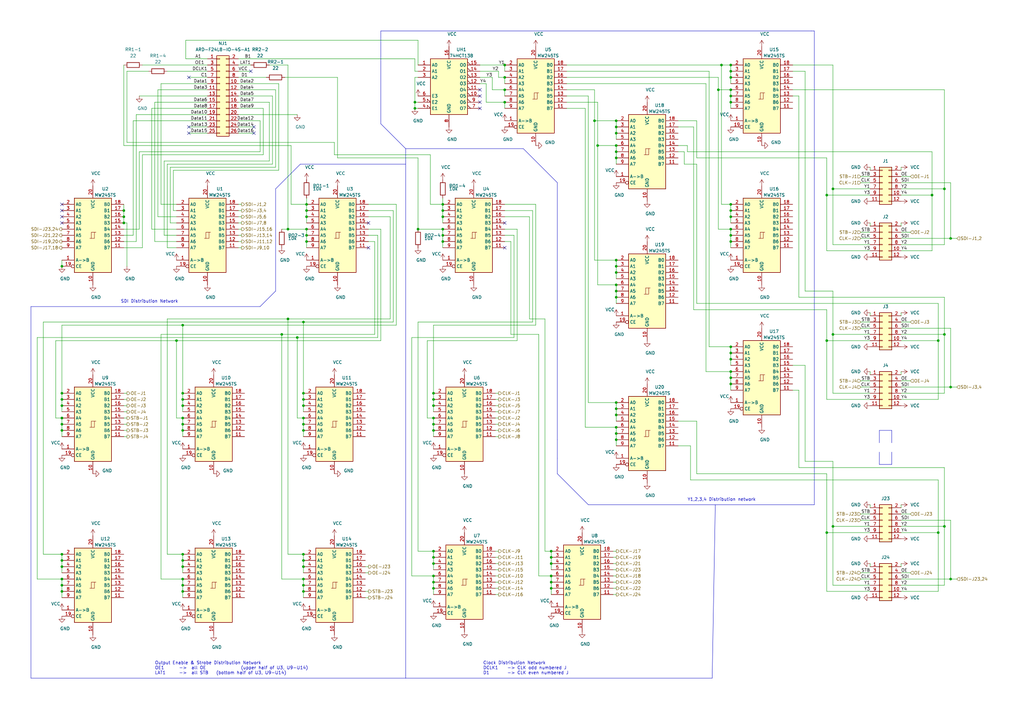
<source format=kicad_sch>
(kicad_sch (version 20200714) (host eeschema "5.99.0-unknown-4d2bc1f~102~ubuntu18.04.1")
  (page 1 1)
  (paper "A3")
  (title_block (title "Foodtruck-Screen Hub") (date "2020-07-29") (company "FabLab Nürnberg") (comment 1 "Schematics reverse engineeering (C) 2020 by Jürgen Weigert <juergen@fabmail.org>") (comment 2 "hub for 24 rows, (1 of 3 driven by Novastar.tech MRV210 receiving card)") (comment 4 "J5 ... J22 not shown. Same pattern as J1-J4,J23,J24 "))
  (junction (at 25.4 109.22))
  (junction (at 25.4 161.29))
  (junction (at 25.4 163.83))
  (junction (at 25.4 166.37))
  (junction (at 25.4 171.45))
  (junction (at 25.4 173.99))
  (junction (at 25.4 176.53))
  (junction (at 25.4 227.33))
  (junction (at 25.4 229.87))
  (junction (at 25.4 232.41))
  (junction (at 25.4 237.49))
  (junction (at 25.4 240.03))
  (junction (at 25.4 242.57))
  (junction (at 50.8 86.36))
  (junction (at 50.8 88.9))
  (junction (at 50.8 91.44))
  (junction (at 72.39 139.7))
  (junction (at 74.93 133.35))
  (junction (at 74.93 161.29))
  (junction (at 74.93 163.83))
  (junction (at 74.93 166.37))
  (junction (at 74.93 171.45))
  (junction (at 74.93 173.99))
  (junction (at 74.93 176.53))
  (junction (at 74.93 227.33))
  (junction (at 74.93 229.87))
  (junction (at 74.93 232.41))
  (junction (at 74.93 237.49))
  (junction (at 74.93 240.03))
  (junction (at 74.93 242.57))
  (junction (at 115.57 137.16))
  (junction (at 118.11 93.98))
  (junction (at 118.11 130.81))
  (junction (at 121.92 138.43))
  (junction (at 124.46 132.08))
  (junction (at 124.46 161.29))
  (junction (at 124.46 163.83))
  (junction (at 124.46 166.37))
  (junction (at 124.46 171.45))
  (junction (at 124.46 173.99))
  (junction (at 124.46 176.53))
  (junction (at 124.46 227.33))
  (junction (at 124.46 229.87))
  (junction (at 124.46 232.41))
  (junction (at 124.46 237.49))
  (junction (at 124.46 240.03))
  (junction (at 124.46 242.57))
  (junction (at 125.73 83.82))
  (junction (at 125.73 86.36))
  (junction (at 125.73 88.9))
  (junction (at 125.73 93.98))
  (junction (at 125.73 96.52))
  (junction (at 125.73 99.06))
  (junction (at 170.18 41.91))
  (junction (at 170.18 44.45))
  (junction (at 171.45 93.98))
  (junction (at 177.8 161.29))
  (junction (at 177.8 163.83))
  (junction (at 177.8 166.37))
  (junction (at 177.8 171.45))
  (junction (at 177.8 173.99))
  (junction (at 177.8 176.53))
  (junction (at 177.8 226.06))
  (junction (at 177.8 228.6))
  (junction (at 177.8 231.14))
  (junction (at 177.8 236.22))
  (junction (at 177.8 238.76))
  (junction (at 177.8 241.3))
  (junction (at 181.61 83.82))
  (junction (at 181.61 86.36))
  (junction (at 181.61 88.9))
  (junction (at 181.61 93.98))
  (junction (at 181.61 96.52))
  (junction (at 181.61 99.06))
  (junction (at 207.01 26.67))
  (junction (at 207.01 31.75))
  (junction (at 207.01 36.83))
  (junction (at 207.01 41.91))
  (junction (at 226.06 226.06))
  (junction (at 226.06 228.6))
  (junction (at 226.06 231.14))
  (junction (at 226.06 236.22))
  (junction (at 226.06 238.76))
  (junction (at 226.06 241.3))
  (junction (at 243.84 49.53))
  (junction (at 245.11 59.69))
  (junction (at 252.73 49.53))
  (junction (at 252.73 52.07))
  (junction (at 252.73 54.61))
  (junction (at 252.73 59.69))
  (junction (at 252.73 62.23))
  (junction (at 252.73 64.77))
  (junction (at 252.73 106.68))
  (junction (at 252.73 109.22))
  (junction (at 252.73 111.76))
  (junction (at 252.73 116.84))
  (junction (at 252.73 119.38))
  (junction (at 252.73 121.92))
  (junction (at 252.73 165.1))
  (junction (at 252.73 167.64))
  (junction (at 252.73 170.18))
  (junction (at 252.73 175.26))
  (junction (at 252.73 177.8))
  (junction (at 252.73 180.34))
  (junction (at 294.64 36.83))
  (junction (at 295.91 26.67))
  (junction (at 299.72 26.67))
  (junction (at 299.72 29.21))
  (junction (at 299.72 31.75))
  (junction (at 299.72 36.83))
  (junction (at 299.72 39.37))
  (junction (at 299.72 41.91))
  (junction (at 299.72 83.82))
  (junction (at 299.72 86.36))
  (junction (at 299.72 88.9))
  (junction (at 299.72 93.98))
  (junction (at 299.72 96.52))
  (junction (at 299.72 99.06))
  (junction (at 299.72 142.24))
  (junction (at 299.72 144.78))
  (junction (at 299.72 147.32))
  (junction (at 299.72 152.4))
  (junction (at 299.72 154.94))
  (junction (at 299.72 157.48))
  (junction (at 339.09 80.01))
  (junction (at 339.09 139.7))
  (junction (at 339.09 218.44))
  (junction (at 341.63 77.47))
  (junction (at 341.63 137.16))
  (junction (at 341.63 215.9))
  (junction (at 382.27 80.01))
  (junction (at 384.81 139.7))
  (junction (at 384.81 218.44))
  (junction (at 387.35 77.47))
  (junction (at 387.35 137.16))
  (junction (at 387.35 215.9))
  (junction (at 389.89 97.79))
  (junction (at 389.89 158.75))
  (junction (at 389.89 237.49))
  (no_connect (at 207.01 91.44))
  (no_connect (at 25.4 83.82))
  (no_connect (at 102.87 29.21))
  (no_connect (at 25.4 88.9))
  (no_connect (at 25.4 91.44))
  (no_connect (at 104.14 52.07))
  (no_connect (at 196.85 39.37))
  (no_connect (at 196.85 36.83))
  (no_connect (at 151.13 101.6))
  (no_connect (at 77.47 52.07))
  (no_connect (at 77.47 54.61))
  (no_connect (at 207.01 101.6))
  (no_connect (at 151.13 91.44))
  (no_connect (at 77.47 31.75))
  (no_connect (at 104.14 54.61))
  (no_connect (at 25.4 86.36))
  (no_connect (at 196.85 41.91))
  (no_connect (at 196.85 44.45))
  (wire (pts (xy 15.24 138.43) (xy 15.24 237.49)))
  (wire (pts (xy 17.78 132.08) (xy 17.78 227.33)))
  (wire (pts (xy 17.78 132.08) (xy 124.46 132.08)))
  (wire (pts (xy 22.86 139.7) (xy 22.86 171.45)))
  (wire (pts (xy 22.86 139.7) (xy 72.39 139.7)))
  (wire (pts (xy 25.4 106.68) (xy 25.4 109.22)))
  (wire (pts (xy 25.4 133.35) (xy 25.4 161.29)))
  (wire (pts (xy 25.4 133.35) (xy 74.93 133.35)))
  (wire (pts (xy 25.4 161.29) (xy 25.4 163.83)))
  (wire (pts (xy 25.4 163.83) (xy 25.4 166.37)))
  (wire (pts (xy 25.4 166.37) (xy 25.4 168.91)))
  (wire (pts (xy 25.4 171.45) (xy 22.86 171.45)))
  (wire (pts (xy 25.4 171.45) (xy 25.4 173.99)))
  (wire (pts (xy 25.4 173.99) (xy 25.4 176.53)))
  (wire (pts (xy 25.4 176.53) (xy 25.4 179.07)))
  (wire (pts (xy 25.4 227.33) (xy 17.78 227.33)))
  (wire (pts (xy 25.4 227.33) (xy 25.4 229.87)))
  (wire (pts (xy 25.4 229.87) (xy 25.4 232.41)))
  (wire (pts (xy 25.4 232.41) (xy 25.4 234.95)))
  (wire (pts (xy 25.4 237.49) (xy 15.24 237.49)))
  (wire (pts (xy 25.4 237.49) (xy 25.4 240.03)))
  (wire (pts (xy 25.4 240.03) (xy 25.4 242.57)))
  (wire (pts (xy 25.4 242.57) (xy 25.4 245.11)))
  (wire (pts (xy 50.8 59.69) (xy 50.8 26.67)))
  (wire (pts (xy 50.8 59.69) (xy 119.38 59.69)))
  (wire (pts (xy 50.8 86.36) (xy 50.8 83.82)))
  (wire (pts (xy 50.8 88.9) (xy 50.8 86.36)))
  (wire (pts (xy 50.8 91.44) (xy 50.8 88.9)))
  (wire (pts (xy 50.8 91.44) (xy 52.07 91.44)))
  (wire (pts (xy 50.8 93.98) (xy 57.15 93.98)))
  (wire (pts (xy 50.8 96.52) (xy 54.61 96.52)))
  (wire (pts (xy 50.8 99.06) (xy 55.88 99.06)))
  (wire (pts (xy 50.8 101.6) (xy 58.42 101.6)))
  (wire (pts (xy 50.8 161.29) (xy 52.07 161.29)))
  (wire (pts (xy 50.8 163.83) (xy 52.07 163.83)))
  (wire (pts (xy 50.8 166.37) (xy 52.07 166.37)))
  (wire (pts (xy 50.8 168.91) (xy 52.07 168.91)))
  (wire (pts (xy 50.8 171.45) (xy 52.07 171.45)))
  (wire (pts (xy 50.8 173.99) (xy 52.07 173.99)))
  (wire (pts (xy 50.8 176.53) (xy 52.07 176.53)))
  (wire (pts (xy 50.8 179.07) (xy 52.07 179.07)))
  (wire (pts (xy 52.07 29.21) (xy 52.07 58.42)))
  (wire (pts (xy 52.07 29.21) (xy 60.96 29.21)))
  (wire (pts (xy 52.07 58.42) (xy 137.16 58.42)))
  (wire (pts (xy 52.07 91.44) (xy 52.07 109.22)))
  (wire (pts (xy 54.61 49.53) (xy 54.61 96.52)))
  (wire (pts (xy 54.61 49.53) (xy 85.09 49.53)))
  (wire (pts (xy 55.88 46.99) (xy 55.88 99.06)))
  (wire (pts (xy 55.88 46.99) (xy 85.09 46.99)))
  (wire (pts (xy 57.15 39.37) (xy 85.09 39.37)))
  (wire (pts (xy 57.15 62.23) (xy 57.15 93.98)))
  (wire (pts (xy 58.42 26.67) (xy 85.09 26.67)))
  (wire (pts (xy 58.42 63.5) (xy 58.42 101.6)))
  (wire (pts (xy 62.23 44.45) (xy 62.23 93.98)))
  (wire (pts (xy 62.23 44.45) (xy 85.09 44.45)))
  (wire (pts (xy 62.23 93.98) (xy 72.39 93.98)))
  (wire (pts (xy 63.5 41.91) (xy 63.5 99.06)))
  (wire (pts (xy 63.5 41.91) (xy 85.09 41.91)))
  (wire (pts (xy 63.5 99.06) (xy 72.39 99.06)))
  (wire (pts (xy 64.77 36.83) (xy 64.77 88.9)))
  (wire (pts (xy 64.77 36.83) (xy 85.09 36.83)))
  (wire (pts (xy 64.77 88.9) (xy 72.39 88.9)))
  (wire (pts (xy 66.04 34.29) (xy 85.09 34.29)))
  (wire (pts (xy 66.04 83.82) (xy 66.04 34.29)))
  (wire (pts (xy 66.04 83.82) (xy 72.39 83.82)))
  (wire (pts (xy 66.04 137.16) (xy 66.04 237.49)))
  (wire (pts (xy 66.04 137.16) (xy 115.57 137.16)))
  (wire (pts (xy 67.31 66.04) (xy 67.31 96.52)))
  (wire (pts (xy 67.31 96.52) (xy 72.39 96.52)))
  (wire (pts (xy 68.58 29.21) (xy 85.09 29.21)))
  (wire (pts (xy 68.58 67.31) (xy 68.58 101.6)))
  (wire (pts (xy 68.58 101.6) (xy 72.39 101.6)))
  (wire (pts (xy 68.58 130.81) (xy 68.58 227.33)))
  (wire (pts (xy 68.58 130.81) (xy 118.11 130.81)))
  (wire (pts (xy 69.85 68.58) (xy 69.85 91.44)))
  (wire (pts (xy 69.85 91.44) (xy 72.39 91.44)))
  (wire (pts (xy 71.12 69.85) (xy 114.3 69.85)))
  (wire (pts (xy 71.12 86.36) (xy 71.12 69.85)))
  (wire (pts (xy 72.39 86.36) (xy 71.12 86.36)))
  (wire (pts (xy 72.39 139.7) (xy 72.39 171.45)))
  (wire (pts (xy 72.39 139.7) (xy 156.21 139.7)))
  (wire (pts (xy 74.93 133.35) (xy 74.93 161.29)))
  (wire (pts (xy 74.93 133.35) (xy 162.56 133.35)))
  (wire (pts (xy 74.93 161.29) (xy 74.93 163.83)))
  (wire (pts (xy 74.93 163.83) (xy 74.93 166.37)))
  (wire (pts (xy 74.93 166.37) (xy 74.93 168.91)))
  (wire (pts (xy 74.93 171.45) (xy 72.39 171.45)))
  (wire (pts (xy 74.93 171.45) (xy 74.93 173.99)))
  (wire (pts (xy 74.93 173.99) (xy 74.93 176.53)))
  (wire (pts (xy 74.93 176.53) (xy 74.93 179.07)))
  (wire (pts (xy 74.93 227.33) (xy 68.58 227.33)))
  (wire (pts (xy 74.93 229.87) (xy 74.93 227.33)))
  (wire (pts (xy 74.93 232.41) (xy 74.93 229.87)))
  (wire (pts (xy 74.93 234.95) (xy 74.93 232.41)))
  (wire (pts (xy 74.93 237.49) (xy 66.04 237.49)))
  (wire (pts (xy 74.93 240.03) (xy 74.93 237.49)))
  (wire (pts (xy 74.93 242.57) (xy 74.93 240.03)))
  (wire (pts (xy 74.93 245.11) (xy 74.93 242.57)))
  (wire (pts (xy 76.2 16.51) (xy 171.45 16.51)))
  (wire (pts (xy 76.2 24.13) (xy 76.2 16.51)))
  (wire (pts (xy 77.47 31.75) (xy 85.09 31.75)))
  (wire (pts (xy 77.47 52.07) (xy 85.09 52.07)))
  (wire (pts (xy 77.47 54.61) (xy 85.09 54.61)))
  (wire (pts (xy 85.09 24.13) (xy 76.2 24.13)))
  (wire (pts (xy 97.79 24.13) (xy 170.18 24.13)))
  (wire (pts (xy 97.79 26.67) (xy 102.87 26.67)))
  (wire (pts (xy 97.79 29.21) (xy 102.87 29.21)))
  (wire (pts (xy 97.79 31.75) (xy 109.22 31.75)))
  (wire (pts (xy 97.79 34.29) (xy 114.3 34.29)))
  (wire (pts (xy 97.79 41.91) (xy 110.49 41.91)))
  (wire (pts (xy 97.79 44.45) (xy 107.95 44.45)))
  (wire (pts (xy 97.79 46.99) (xy 121.92 46.99)))
  (wire (pts (xy 97.79 49.53) (xy 106.68 49.53)))
  (wire (pts (xy 97.79 52.07) (xy 104.14 52.07)))
  (wire (pts (xy 97.79 54.61) (xy 104.14 54.61)))
  (wire (pts (xy 97.79 83.82) (xy 99.06 83.82)))
  (wire (pts (xy 97.79 86.36) (xy 99.06 86.36)))
  (wire (pts (xy 97.79 88.9) (xy 99.06 88.9)))
  (wire (pts (xy 97.79 91.44) (xy 99.06 91.44)))
  (wire (pts (xy 97.79 93.98) (xy 99.06 93.98)))
  (wire (pts (xy 97.79 96.52) (xy 99.06 96.52)))
  (wire (pts (xy 97.79 99.06) (xy 99.06 99.06)))
  (wire (pts (xy 97.79 101.6) (xy 99.06 101.6)))
  (wire (pts (xy 106.68 49.53) (xy 106.68 62.23)))
  (wire (pts (xy 106.68 62.23) (xy 57.15 62.23)))
  (wire (pts (xy 107.95 44.45) (xy 107.95 63.5)))
  (wire (pts (xy 107.95 63.5) (xy 58.42 63.5)))
  (wire (pts (xy 110.49 41.91) (xy 110.49 66.04)))
  (wire (pts (xy 110.49 66.04) (xy 67.31 66.04)))
  (wire (pts (xy 111.76 39.37) (xy 97.79 39.37)))
  (wire (pts (xy 111.76 39.37) (xy 111.76 67.31)))
  (wire (pts (xy 111.76 67.31) (xy 68.58 67.31)))
  (wire (pts (xy 113.03 36.83) (xy 97.79 36.83)))
  (wire (pts (xy 113.03 36.83) (xy 113.03 68.58)))
  (wire (pts (xy 113.03 68.58) (xy 69.85 68.58)))
  (wire (pts (xy 114.3 34.29) (xy 114.3 69.85)))
  (wire (pts (xy 115.57 137.16) (xy 115.57 237.49)))
  (wire (pts (xy 115.57 137.16) (xy 153.67 137.16)))
  (wire (pts (xy 116.84 31.75) (xy 138.43 31.75)))
  (wire (pts (xy 118.11 26.67) (xy 110.49 26.67)))
  (wire (pts (xy 118.11 26.67) (xy 118.11 93.98)))
  (wire (pts (xy 118.11 93.98) (xy 115.57 93.98)))
  (wire (pts (xy 118.11 93.98) (xy 125.73 93.98)))
  (wire (pts (xy 118.11 130.81) (xy 118.11 227.33)))
  (wire (pts (xy 118.11 130.81) (xy 160.02 130.81)))
  (wire (pts (xy 119.38 59.69) (xy 119.38 83.82)))
  (wire (pts (xy 119.38 83.82) (xy 125.73 83.82)))
  (wire (pts (xy 121.92 138.43) (xy 15.24 138.43)))
  (wire (pts (xy 121.92 138.43) (xy 121.92 171.45)))
  (wire (pts (xy 124.46 132.08) (xy 124.46 161.29)))
  (wire (pts (xy 124.46 132.08) (xy 161.29 132.08)))
  (wire (pts (xy 124.46 161.29) (xy 124.46 163.83)))
  (wire (pts (xy 124.46 163.83) (xy 124.46 166.37)))
  (wire (pts (xy 124.46 166.37) (xy 124.46 168.91)))
  (wire (pts (xy 124.46 171.45) (xy 121.92 171.45)))
  (wire (pts (xy 124.46 171.45) (xy 124.46 173.99)))
  (wire (pts (xy 124.46 173.99) (xy 124.46 176.53)))
  (wire (pts (xy 124.46 176.53) (xy 124.46 179.07)))
  (wire (pts (xy 124.46 227.33) (xy 118.11 227.33)))
  (wire (pts (xy 124.46 227.33) (xy 124.46 229.87)))
  (wire (pts (xy 124.46 229.87) (xy 124.46 232.41)))
  (wire (pts (xy 124.46 232.41) (xy 124.46 234.95)))
  (wire (pts (xy 124.46 237.49) (xy 115.57 237.49)))
  (wire (pts (xy 124.46 237.49) (xy 124.46 240.03)))
  (wire (pts (xy 124.46 240.03) (xy 124.46 242.57)))
  (wire (pts (xy 124.46 242.57) (xy 124.46 245.11)))
  (wire (pts (xy 125.73 81.28) (xy 125.73 83.82)))
  (wire (pts (xy 125.73 83.82) (xy 125.73 86.36)))
  (wire (pts (xy 125.73 86.36) (xy 125.73 88.9)))
  (wire (pts (xy 125.73 88.9) (xy 125.73 91.44)))
  (wire (pts (xy 125.73 93.98) (xy 125.73 96.52)))
  (wire (pts (xy 125.73 96.52) (xy 125.73 99.06)))
  (wire (pts (xy 125.73 99.06) (xy 125.73 101.6)))
  (wire (pts (xy 137.16 58.42) (xy 137.16 63.5)))
  (wire (pts (xy 137.16 63.5) (xy 176.53 63.5)))
  (wire (pts (xy 138.43 31.75) (xy 138.43 64.77)))
  (wire (pts (xy 138.43 64.77) (xy 171.45 64.77)))
  (wire (pts (xy 149.86 232.41) (xy 151.13 232.41)))
  (wire (pts (xy 149.86 234.95) (xy 151.13 234.95)))
  (wire (pts (xy 149.86 242.57) (xy 151.13 242.57)))
  (wire (pts (xy 149.86 245.11) (xy 151.13 245.11)))
  (wire (pts (xy 151.13 83.82) (xy 162.56 83.82)))
  (wire (pts (xy 151.13 86.36) (xy 161.29 86.36)))
  (wire (pts (xy 151.13 88.9) (xy 160.02 88.9)))
  (wire (pts (xy 151.13 93.98) (xy 156.21 93.98)))
  (wire (pts (xy 151.13 96.52) (xy 154.94 96.52)))
  (wire (pts (xy 151.13 99.06) (xy 153.67 99.06)))
  (wire (pts (xy 153.67 99.06) (xy 153.67 137.16)))
  (wire (pts (xy 154.94 96.52) (xy 154.94 138.43)))
  (wire (pts (xy 154.94 138.43) (xy 121.92 138.43)))
  (wire (pts (xy 156.21 93.98) (xy 156.21 139.7)))
  (wire (pts (xy 160.02 88.9) (xy 160.02 130.81)))
  (wire (pts (xy 161.29 86.36) (xy 161.29 132.08)))
  (wire (pts (xy 162.56 83.82) (xy 162.56 133.35)))
  (wire (pts (xy 168.91 138.43) (xy 210.82 138.43)))
  (wire (pts (xy 168.91 236.22) (xy 168.91 138.43)))
  (wire (pts (xy 170.18 24.13) (xy 170.18 29.21)))
  (wire (pts (xy 170.18 29.21) (xy 171.45 29.21)))
  (wire (pts (xy 170.18 31.75) (xy 170.18 41.91)))
  (wire (pts (xy 170.18 41.91) (xy 170.18 44.45)))
  (wire (pts (xy 170.18 41.91) (xy 171.45 41.91)))
  (wire (pts (xy 170.18 44.45) (xy 171.45 44.45)))
  (wire (pts (xy 171.45 16.51) (xy 171.45 26.67)))
  (wire (pts (xy 171.45 31.75) (xy 170.18 31.75)))
  (wire (pts (xy 171.45 64.77) (xy 171.45 93.98)))
  (wire (pts (xy 171.45 93.98) (xy 181.61 93.98)))
  (wire (pts (xy 171.45 132.08) (xy 171.45 226.06)))
  (wire (pts (xy 171.45 132.08) (xy 218.44 132.08)))
  (wire (pts (xy 171.45 226.06) (xy 177.8 226.06)))
  (wire (pts (xy 175.26 139.7) (xy 175.26 171.45)))
  (wire (pts (xy 175.26 139.7) (xy 212.09 139.7)))
  (wire (pts (xy 175.26 171.45) (xy 177.8 171.45)))
  (wire (pts (xy 176.53 63.5) (xy 176.53 83.82)))
  (wire (pts (xy 176.53 83.82) (xy 181.61 83.82)))
  (wire (pts (xy 177.8 133.35) (xy 177.8 161.29)))
  (wire (pts (xy 177.8 133.35) (xy 219.71 133.35)))
  (wire (pts (xy 177.8 163.83) (xy 177.8 161.29)))
  (wire (pts (xy 177.8 166.37) (xy 177.8 163.83)))
  (wire (pts (xy 177.8 168.91) (xy 177.8 166.37)))
  (wire (pts (xy 177.8 171.45) (xy 177.8 173.99)))
  (wire (pts (xy 177.8 173.99) (xy 177.8 176.53)))
  (wire (pts (xy 177.8 176.53) (xy 177.8 179.07)))
  (wire (pts (xy 177.8 226.06) (xy 177.8 228.6)))
  (wire (pts (xy 177.8 228.6) (xy 177.8 231.14)))
  (wire (pts (xy 177.8 231.14) (xy 177.8 233.68)))
  (wire (pts (xy 177.8 236.22) (xy 168.91 236.22)))
  (wire (pts (xy 177.8 236.22) (xy 177.8 238.76)))
  (wire (pts (xy 177.8 238.76) (xy 177.8 241.3)))
  (wire (pts (xy 177.8 241.3) (xy 177.8 243.84)))
  (wire (pts (xy 181.61 81.28) (xy 181.61 83.82)))
  (wire (pts (xy 181.61 83.82) (xy 181.61 86.36)))
  (wire (pts (xy 181.61 86.36) (xy 181.61 88.9)))
  (wire (pts (xy 181.61 88.9) (xy 181.61 91.44)))
  (wire (pts (xy 181.61 93.98) (xy 181.61 96.52)))
  (wire (pts (xy 181.61 96.52) (xy 181.61 99.06)))
  (wire (pts (xy 181.61 99.06) (xy 181.61 101.6)))
  (wire (pts (xy 196.85 26.67) (xy 207.01 26.67)))
  (wire (pts (xy 196.85 29.21) (xy 204.47 29.21)))
  (wire (pts (xy 196.85 31.75) (xy 201.93 31.75)))
  (wire (pts (xy 196.85 34.29) (xy 199.39 34.29)))
  (wire (pts (xy 199.39 41.91) (xy 199.39 34.29)))
  (wire (pts (xy 199.39 41.91) (xy 207.01 41.91)))
  (wire (pts (xy 201.93 31.75) (xy 201.93 36.83)))
  (wire (pts (xy 201.93 36.83) (xy 207.01 36.83)))
  (wire (pts (xy 203.2 161.29) (xy 204.47 161.29)))
  (wire (pts (xy 203.2 163.83) (xy 204.47 163.83)))
  (wire (pts (xy 203.2 166.37) (xy 204.47 166.37)))
  (wire (pts (xy 203.2 168.91) (xy 204.47 168.91)))
  (wire (pts (xy 203.2 171.45) (xy 204.47 171.45)))
  (wire (pts (xy 203.2 173.99) (xy 204.47 173.99)))
  (wire (pts (xy 203.2 176.53) (xy 204.47 176.53)))
  (wire (pts (xy 203.2 179.07) (xy 204.47 179.07)))
  (wire (pts (xy 203.2 226.06) (xy 204.47 226.06)))
  (wire (pts (xy 203.2 228.6) (xy 204.47 228.6)))
  (wire (pts (xy 203.2 231.14) (xy 204.47 231.14)))
  (wire (pts (xy 203.2 233.68) (xy 204.47 233.68)))
  (wire (pts (xy 203.2 236.22) (xy 204.47 236.22)))
  (wire (pts (xy 203.2 238.76) (xy 204.47 238.76)))
  (wire (pts (xy 203.2 241.3) (xy 204.47 241.3)))
  (wire (pts (xy 203.2 243.84) (xy 204.47 243.84)))
  (wire (pts (xy 204.47 29.21) (xy 204.47 31.75)))
  (wire (pts (xy 204.47 31.75) (xy 207.01 31.75)))
  (wire (pts (xy 207.01 26.67) (xy 207.01 29.21)))
  (wire (pts (xy 207.01 31.75) (xy 207.01 34.29)))
  (wire (pts (xy 207.01 36.83) (xy 207.01 39.37)))
  (wire (pts (xy 207.01 41.91) (xy 207.01 44.45)))
  (wire (pts (xy 207.01 83.82) (xy 219.71 83.82)))
  (wire (pts (xy 207.01 86.36) (xy 218.44 86.36)))
  (wire (pts (xy 207.01 88.9) (xy 217.17 88.9)))
  (wire (pts (xy 207.01 93.98) (xy 212.09 93.98)))
  (wire (pts (xy 207.01 96.52) (xy 210.82 96.52)))
  (wire (pts (xy 207.01 99.06) (xy 209.55 99.06)))
  (wire (pts (xy 209.55 99.06) (xy 209.55 137.16)))
  (wire (pts (xy 209.55 137.16) (xy 220.98 137.16)))
  (wire (pts (xy 210.82 96.52) (xy 210.82 138.43)))
  (wire (pts (xy 212.09 93.98) (xy 212.09 139.7)))
  (wire (pts (xy 217.17 88.9) (xy 217.17 130.81)))
  (wire (pts (xy 217.17 130.81) (xy 223.52 130.81)))
  (wire (pts (xy 218.44 86.36) (xy 218.44 132.08)))
  (wire (pts (xy 219.71 83.82) (xy 219.71 133.35)))
  (wire (pts (xy 220.98 236.22) (xy 220.98 137.16)))
  (wire (pts (xy 220.98 236.22) (xy 226.06 236.22)))
  (wire (pts (xy 223.52 130.81) (xy 223.52 226.06)))
  (wire (pts (xy 226.06 226.06) (xy 223.52 226.06)))
  (wire (pts (xy 226.06 226.06) (xy 226.06 228.6)))
  (wire (pts (xy 226.06 228.6) (xy 226.06 231.14)))
  (wire (pts (xy 226.06 231.14) (xy 226.06 233.68)))
  (wire (pts (xy 226.06 236.22) (xy 226.06 238.76)))
  (wire (pts (xy 226.06 238.76) (xy 226.06 241.3)))
  (wire (pts (xy 226.06 241.3) (xy 226.06 243.84)))
  (wire (pts (xy 232.41 26.67) (xy 295.91 26.67)))
  (wire (pts (xy 232.41 29.21) (xy 290.83 29.21)))
  (wire (pts (xy 232.41 31.75) (xy 294.64 31.75)))
  (wire (pts (xy 232.41 34.29) (xy 289.56 34.29)))
  (wire (pts (xy 232.41 36.83) (xy 243.84 36.83)))
  (wire (pts (xy 232.41 39.37) (xy 241.3 39.37)))
  (wire (pts (xy 232.41 41.91) (xy 245.11 41.91)))
  (wire (pts (xy 232.41 44.45) (xy 240.03 44.45)))
  (wire (pts (xy 240.03 44.45) (xy 240.03 175.26)))
  (wire (pts (xy 240.03 175.26) (xy 252.73 175.26)))
  (wire (pts (xy 241.3 39.37) (xy 241.3 165.1)))
  (wire (pts (xy 241.3 165.1) (xy 252.73 165.1)))
  (wire (pts (xy 243.84 36.83) (xy 243.84 49.53)))
  (wire (pts (xy 243.84 49.53) (xy 243.84 106.68)))
  (wire (pts (xy 243.84 49.53) (xy 252.73 49.53)))
  (wire (pts (xy 243.84 106.68) (xy 252.73 106.68)))
  (wire (pts (xy 245.11 41.91) (xy 245.11 59.69)))
  (wire (pts (xy 245.11 59.69) (xy 245.11 116.84)))
  (wire (pts (xy 245.11 59.69) (xy 252.73 59.69)))
  (wire (pts (xy 245.11 116.84) (xy 252.73 116.84)))
  (wire (pts (xy 251.46 226.06) (xy 252.73 226.06)))
  (wire (pts (xy 251.46 228.6) (xy 252.73 228.6)))
  (wire (pts (xy 251.46 231.14) (xy 252.73 231.14)))
  (wire (pts (xy 251.46 233.68) (xy 252.73 233.68)))
  (wire (pts (xy 251.46 236.22) (xy 252.73 236.22)))
  (wire (pts (xy 251.46 238.76) (xy 252.73 238.76)))
  (wire (pts (xy 251.46 241.3) (xy 252.73 241.3)))
  (wire (pts (xy 251.46 243.84) (xy 252.73 243.84)))
  (wire (pts (xy 252.73 49.53) (xy 252.73 52.07)))
  (wire (pts (xy 252.73 52.07) (xy 252.73 54.61)))
  (wire (pts (xy 252.73 54.61) (xy 252.73 57.15)))
  (wire (pts (xy 252.73 59.69) (xy 252.73 62.23)))
  (wire (pts (xy 252.73 62.23) (xy 252.73 64.77)))
  (wire (pts (xy 252.73 64.77) (xy 252.73 67.31)))
  (wire (pts (xy 252.73 106.68) (xy 252.73 109.22)))
  (wire (pts (xy 252.73 109.22) (xy 252.73 111.76)))
  (wire (pts (xy 252.73 111.76) (xy 252.73 114.3)))
  (wire (pts (xy 252.73 116.84) (xy 252.73 119.38)))
  (wire (pts (xy 252.73 119.38) (xy 252.73 121.92)))
  (wire (pts (xy 252.73 121.92) (xy 252.73 124.46)))
  (wire (pts (xy 252.73 165.1) (xy 252.73 167.64)))
  (wire (pts (xy 252.73 167.64) (xy 252.73 170.18)))
  (wire (pts (xy 252.73 170.18) (xy 252.73 172.72)))
  (wire (pts (xy 252.73 175.26) (xy 252.73 177.8)))
  (wire (pts (xy 252.73 177.8) (xy 252.73 180.34)))
  (wire (pts (xy 252.73 180.34) (xy 252.73 182.88)))
  (wire (pts (xy 278.13 49.53) (xy 285.75 49.53)))
  (wire (pts (xy 278.13 52.07) (xy 284.48 52.07)))
  (wire (pts (xy 278.13 59.69) (xy 281.94 59.69)))
  (wire (pts (xy 278.13 62.23) (xy 280.67 62.23)))
  (wire (pts (xy 278.13 172.72) (xy 285.75 172.72)))
  (wire (pts (xy 278.13 182.88) (xy 283.21 182.88)))
  (wire (pts (xy 280.67 62.23) (xy 280.67 67.31)))
  (wire (pts (xy 280.67 67.31) (xy 285.75 67.31)))
  (wire (pts (xy 281.94 59.69) (xy 281.94 62.23)))
  (wire (pts (xy 281.94 62.23) (xy 382.27 62.23)))
  (wire (pts (xy 283.21 182.88) (xy 283.21 196.85)))
  (wire (pts (xy 283.21 196.85) (xy 384.81 196.85)))
  (wire (pts (xy 284.48 52.07) (xy 284.48 127)))
  (wire (pts (xy 284.48 127) (xy 339.09 127)))
  (wire (pts (xy 285.75 49.53) (xy 285.75 64.77)))
  (wire (pts (xy 285.75 64.77) (xy 339.09 64.77)))
  (wire (pts (xy 285.75 67.31) (xy 285.75 124.46)))
  (wire (pts (xy 285.75 124.46) (xy 384.81 124.46)))
  (wire (pts (xy 285.75 172.72) (xy 285.75 194.31)))
  (wire (pts (xy 285.75 194.31) (xy 339.09 194.31)))
  (wire (pts (xy 289.56 34.29) (xy 289.56 152.4)))
  (wire (pts (xy 289.56 152.4) (xy 299.72 152.4)))
  (wire (pts (xy 290.83 29.21) (xy 290.83 142.24)))
  (wire (pts (xy 290.83 142.24) (xy 299.72 142.24)))
  (wire (pts (xy 294.64 31.75) (xy 294.64 36.83)))
  (wire (pts (xy 294.64 36.83) (xy 294.64 93.98)))
  (wire (pts (xy 294.64 36.83) (xy 299.72 36.83)))
  (wire (pts (xy 294.64 93.98) (xy 299.72 93.98)))
  (wire (pts (xy 295.91 26.67) (xy 295.91 83.82)))
  (wire (pts (xy 295.91 26.67) (xy 299.72 26.67)))
  (wire (pts (xy 295.91 83.82) (xy 299.72 83.82)))
  (wire (pts (xy 299.72 26.67) (xy 299.72 29.21)))
  (wire (pts (xy 299.72 29.21) (xy 299.72 31.75)))
  (wire (pts (xy 299.72 31.75) (xy 299.72 34.29)))
  (wire (pts (xy 299.72 36.83) (xy 299.72 39.37)))
  (wire (pts (xy 299.72 39.37) (xy 299.72 41.91)))
  (wire (pts (xy 299.72 41.91) (xy 299.72 44.45)))
  (wire (pts (xy 299.72 83.82) (xy 299.72 86.36)))
  (wire (pts (xy 299.72 86.36) (xy 299.72 88.9)))
  (wire (pts (xy 299.72 88.9) (xy 299.72 91.44)))
  (wire (pts (xy 299.72 93.98) (xy 299.72 96.52)))
  (wire (pts (xy 299.72 96.52) (xy 299.72 99.06)))
  (wire (pts (xy 299.72 99.06) (xy 299.72 101.6)))
  (wire (pts (xy 299.72 142.24) (xy 299.72 144.78)))
  (wire (pts (xy 299.72 144.78) (xy 299.72 147.32)))
  (wire (pts (xy 299.72 147.32) (xy 299.72 149.86)))
  (wire (pts (xy 299.72 152.4) (xy 299.72 154.94)))
  (wire (pts (xy 299.72 154.94) (xy 299.72 157.48)))
  (wire (pts (xy 299.72 157.48) (xy 299.72 160.02)))
  (wire (pts (xy 325.12 26.67) (xy 341.63 26.67)))
  (wire (pts (xy 325.12 29.21) (xy 330.2 29.21)))
  (wire (pts (xy 325.12 36.83) (xy 387.35 36.83)))
  (wire (pts (xy 325.12 39.37) (xy 327.66 39.37)))
  (wire (pts (xy 325.12 149.86) (xy 330.2 149.86)))
  (wire (pts (xy 327.66 39.37) (xy 327.66 121.92)))
  (wire (pts (xy 327.66 121.92) (xy 387.35 121.92)))
  (wire (pts (xy 327.66 160.02) (xy 325.12 160.02)))
  (wire (pts (xy 327.66 160.02) (xy 327.66 191.77)))
  (wire (pts (xy 327.66 191.77) (xy 387.35 191.77)))
  (wire (pts (xy 330.2 29.21) (xy 330.2 119.38)))
  (wire (pts (xy 330.2 149.86) (xy 330.2 189.23)))
  (wire (pts (xy 330.2 189.23) (xy 341.63 189.23)))
  (wire (pts (xy 339.09 64.77) (xy 339.09 80.01)))
  (wire (pts (xy 339.09 80.01) (xy 356.87 80.01)))
  (wire (pts (xy 339.09 102.87) (xy 339.09 80.01)))
  (wire (pts (xy 339.09 102.87) (xy 356.87 102.87)))
  (wire (pts (xy 339.09 127) (xy 339.09 139.7)))
  (wire (pts (xy 339.09 139.7) (xy 356.87 139.7)))
  (wire (pts (xy 339.09 163.83) (xy 339.09 139.7)))
  (wire (pts (xy 339.09 194.31) (xy 339.09 218.44)))
  (wire (pts (xy 339.09 218.44) (xy 356.87 218.44)))
  (wire (pts (xy 339.09 242.57) (xy 339.09 218.44)))
  (wire (pts (xy 341.63 26.67) (xy 341.63 77.47)))
  (wire (pts (xy 341.63 77.47) (xy 341.63 100.33)))
  (wire (pts (xy 341.63 77.47) (xy 356.87 77.47)))
  (wire (pts (xy 341.63 100.33) (xy 356.87 100.33)))
  (wire (pts (xy 341.63 119.38) (xy 330.2 119.38)))
  (wire (pts (xy 341.63 137.16) (xy 341.63 119.38)))
  (wire (pts (xy 341.63 137.16) (xy 341.63 161.29)))
  (wire (pts (xy 341.63 161.29) (xy 356.87 161.29)))
  (wire (pts (xy 341.63 189.23) (xy 341.63 215.9)))
  (wire (pts (xy 341.63 215.9) (xy 341.63 240.03)))
  (wire (pts (xy 341.63 240.03) (xy 356.87 240.03)))
  (wire (pts (xy 353.06 72.39) (xy 356.87 72.39)))
  (wire (pts (xy 353.06 74.93) (xy 356.87 74.93)))
  (wire (pts (xy 353.06 95.25) (xy 356.87 95.25)))
  (wire (pts (xy 353.06 97.79) (xy 356.87 97.79)))
  (wire (pts (xy 353.06 132.08) (xy 356.87 132.08)))
  (wire (pts (xy 353.06 134.62) (xy 356.87 134.62)))
  (wire (pts (xy 353.06 156.21) (xy 356.87 156.21)))
  (wire (pts (xy 353.06 158.75) (xy 356.87 158.75)))
  (wire (pts (xy 353.06 210.82) (xy 356.87 210.82)))
  (wire (pts (xy 353.06 213.36) (xy 356.87 213.36)))
  (wire (pts (xy 353.06 234.95) (xy 356.87 234.95)))
  (wire (pts (xy 353.06 237.49) (xy 356.87 237.49)))
  (wire (pts (xy 356.87 68.58) (xy 356.87 69.85)))
  (wire (pts (xy 356.87 91.44) (xy 356.87 92.71)))
  (wire (pts (xy 356.87 128.27) (xy 356.87 129.54)))
  (wire (pts (xy 356.87 137.16) (xy 341.63 137.16)))
  (wire (pts (xy 356.87 152.4) (xy 356.87 153.67)))
  (wire (pts (xy 356.87 163.83) (xy 339.09 163.83)))
  (wire (pts (xy 356.87 207.01) (xy 356.87 208.28)))
  (wire (pts (xy 356.87 215.9) (xy 341.63 215.9)))
  (wire (pts (xy 356.87 231.14) (xy 356.87 232.41)))
  (wire (pts (xy 356.87 242.57) (xy 339.09 242.57)))
  (wire (pts (xy 369.57 69.85) (xy 369.57 68.58)))
  (wire (pts (xy 369.57 72.39) (xy 373.38 72.39)))
  (wire (pts (xy 369.57 74.93) (xy 389.89 74.93)))
  (wire (pts (xy 369.57 77.47) (xy 387.35 77.47)))
  (wire (pts (xy 369.57 80.01) (xy 382.27 80.01)))
  (wire (pts (xy 369.57 92.71) (xy 369.57 91.44)))
  (wire (pts (xy 369.57 95.25) (xy 373.38 95.25)))
  (wire (pts (xy 369.57 97.79) (xy 389.89 97.79)))
  (wire (pts (xy 369.57 100.33) (xy 387.35 100.33)))
  (wire (pts (xy 369.57 102.87) (xy 382.27 102.87)))
  (wire (pts (xy 369.57 129.54) (xy 369.57 128.27)))
  (wire (pts (xy 369.57 132.08) (xy 373.38 132.08)))
  (wire (pts (xy 369.57 134.62) (xy 389.89 134.62)))
  (wire (pts (xy 369.57 137.16) (xy 387.35 137.16)))
  (wire (pts (xy 369.57 139.7) (xy 384.81 139.7)))
  (wire (pts (xy 369.57 153.67) (xy 369.57 152.4)))
  (wire (pts (xy 369.57 156.21) (xy 373.38 156.21)))
  (wire (pts (xy 369.57 158.75) (xy 389.89 158.75)))
  (wire (pts (xy 369.57 161.29) (xy 387.35 161.29)))
  (wire (pts (xy 369.57 208.28) (xy 369.57 207.01)))
  (wire (pts (xy 369.57 210.82) (xy 373.38 210.82)))
  (wire (pts (xy 369.57 213.36) (xy 389.89 213.36)))
  (wire (pts (xy 369.57 218.44) (xy 384.81 218.44)))
  (wire (pts (xy 369.57 232.41) (xy 369.57 231.14)))
  (wire (pts (xy 369.57 234.95) (xy 373.38 234.95)))
  (wire (pts (xy 369.57 237.49) (xy 389.89 237.49)))
  (wire (pts (xy 369.57 240.03) (xy 387.35 240.03)))
  (wire (pts (xy 382.27 62.23) (xy 382.27 80.01)))
  (wire (pts (xy 382.27 80.01) (xy 382.27 102.87)))
  (wire (pts (xy 384.81 124.46) (xy 384.81 139.7)))
  (wire (pts (xy 384.81 139.7) (xy 384.81 163.83)))
  (wire (pts (xy 384.81 163.83) (xy 369.57 163.83)))
  (wire (pts (xy 384.81 196.85) (xy 384.81 218.44)))
  (wire (pts (xy 384.81 218.44) (xy 384.81 242.57)))
  (wire (pts (xy 384.81 242.57) (xy 369.57 242.57)))
  (wire (pts (xy 387.35 36.83) (xy 387.35 77.47)))
  (wire (pts (xy 387.35 77.47) (xy 387.35 100.33)))
  (wire (pts (xy 387.35 121.92) (xy 387.35 137.16)))
  (wire (pts (xy 387.35 161.29) (xy 387.35 137.16)))
  (wire (pts (xy 387.35 191.77) (xy 387.35 215.9)))
  (wire (pts (xy 387.35 215.9) (xy 369.57 215.9)))
  (wire (pts (xy 387.35 240.03) (xy 387.35 215.9)))
  (wire (pts (xy 389.89 74.93) (xy 389.89 97.79)))
  (wire (pts (xy 389.89 97.79) (xy 392.43 97.79)))
  (wire (pts (xy 389.89 158.75) (xy 389.89 134.62)))
  (wire (pts (xy 389.89 158.75) (xy 392.43 158.75)))
  (wire (pts (xy 389.89 237.49) (xy 389.89 213.36)))
  (wire (pts (xy 389.89 237.49) (xy 392.43 237.49)))
  (polyline (pts (xy 12.7 125.73) (xy 106.68 125.73)) (stroke (width 0) (type solid)))
  (polyline (pts (xy 12.7 278.13) (xy 12.7 125.73)) (stroke (width 0) (type solid)))
  (polyline (pts (xy 106.68 125.73) (xy 113.03 119.38)) (stroke (width 0) (type solid)))
  (polyline (pts (xy 113.03 77.47) (xy 123.19 67.31)) (stroke (width 0) (type solid)))
  (polyline (pts (xy 113.03 119.38) (xy 113.03 77.47)) (stroke (width 0) (type solid)))
  (polyline (pts (xy 123.19 67.31) (xy 166.37 67.31)) (stroke (width 0) (type solid)))
  (polyline (pts (xy 156.21 12.7) (xy 156.21 50.8)) (stroke (width 0) (type solid)))
  (polyline (pts (xy 156.21 12.7) (xy 332.74 12.7)) (stroke (width 0) (type solid)))
  (polyline (pts (xy 156.21 50.8) (xy 166.37 60.96)) (stroke (width 0) (type solid)))
  (polyline (pts (xy 166.37 60.96) (xy 166.37 278.13)) (stroke (width 0) (type solid)))
  (polyline (pts (xy 166.37 278.13) (xy 12.7 278.13)) (stroke (width 0) (type solid)))
  (polyline (pts (xy 166.37 278.13) (xy 292.1 278.13)) (stroke (width 0) (type solid)))
  (polyline (pts (xy 214.63 60.96) (xy 166.37 60.96)) (stroke (width 0) (type solid)))
  (polyline (pts (xy 228.6 74.93) (xy 214.63 60.96)) (stroke (width 0) (type solid)))
  (polyline (pts (xy 228.6 180.34) (xy 228.6 74.93)) (stroke (width 0) (type solid)))
  (polyline (pts (xy 228.6 187.96) (xy 228.6 180.34)) (stroke (width 0) (type solid)))
  (polyline (pts (xy 228.6 194.31) (xy 228.6 187.96)) (stroke (width 0) (type solid)))
  (polyline (pts (xy 241.3 207.01) (xy 228.6 194.31)) (stroke (width 0) (type solid)))
  (polyline (pts (xy 241.3 207.01) (xy 332.74 207.01)) (stroke (width 0) (type solid)))
  (polyline (pts (xy 292.1 278.13) (xy 293.37 207.01)) (stroke (width 0) (type solid)))
  (polyline (pts (xy 332.74 207.01) (xy 334.01 207.01)) (stroke (width 0) (type solid)))
  (polyline (pts (xy 334.01 12.7) (xy 332.74 12.7)) (stroke (width 0) (type solid)))
  (polyline (pts (xy 334.01 207.01) (xy 334.01 12.7)) (stroke (width 0) (type solid)))
  (polyline (pts (xy 360.68 176.53) (xy 365.76 176.53)) (stroke (width 0) (type solid)))
  (polyline (pts (xy 360.68 181.61) (xy 360.68 176.53)) (stroke (width 0) (type solid)))
  (polyline (pts (xy 360.68 185.42) (xy 360.68 190.5)) (stroke (width 0) (type solid)))
  (polyline (pts (xy 360.68 190.5) (xy 365.76 190.5)) (stroke (width 0) (type solid)))
  (polyline (pts (xy 365.76 176.53) (xy 365.76 181.61)) (stroke (width 0) (type solid)))
  (polyline (pts (xy 365.76 185.42) (xy 365.76 190.5)) (stroke (width 0) (type solid)))
  (text "SDI Distribution Network" (at 49.53 124.46 0) (effects (font (size 1.27 1.27)) (justify left bottom)))
  (text "Output Enable & Strobe Distribution Network\nOE1		->  all OE		 	(upper half of U3, U9-U14)\nLAT1	->  all STB	(bottom half of U3, U9-U14)\n" (at 63.5 276.86 0) (effects (font (size 1.27 1.27)) (justify left bottom)))
  (text "Clock Distribution Network \nDCLK1	-> CLK odd numbered J\nD1		-> CLK even numbered J" (at 198.12 276.86 0) (effects (font (size 1.27 1.27)) (justify left bottom)))
  (text "Y1,2,3,4 Distribution network" (at 281.94 205.74 0) (effects (font (size 1.27 1.27)) (justify left bottom)))
  (label "A1" (at 82.55 24.13 180))
  (label "OE1" (at 83.82 26.67 180))
  (label "DCLK1" (at 85.09 29.21 180))
  (label "C1" (at 85.09 31.75 180))
  (label "Data1" (at 85.09 34.29 180))
  (label "Data3" (at 85.09 36.83 180))
  (label "Data6" (at 85.09 41.91 180))
  (label "Data8" (at 85.09 44.45 180))
  (label "Data10" (at 85.09 46.99 180))
  (label "Data11" (at 85.09 49.53 180))
  (label "Data13" (at 85.09 52.07 180))
  (label "Data15" (at 85.09 54.61 180))
  (label "B1" (at 100.33 24.13 0))
  (label "VCC" (at 101.6 29.21 180))
  (label "D1" (at 101.6 31.75 180))
  (label "LAT1" (at 102.87 26.67 180))
  (label "Data2" (at 104.14 34.29 180))
  (label "Data4" (at 104.14 36.83 180))
  (label "Data5" (at 104.14 39.37 180))
  (label "Data7" (at 104.14 41.91 180))
  (label "Data9" (at 104.14 44.45 180))
  (label "Data12" (at 104.14 49.53 180))
  (label "Data14" (at 104.14 52.07 180))
  (label "Data16" (at 104.14 54.61 180))
  (label "Y4" (at 199.39 34.29 180))
  (label "Y3" (at 201.93 31.75 180))
  (label "Y2" (at 204.47 29.21 180))
  (label "Y1" (at 207.01 26.67 180))
  (label "STB" (at 356.87 72.39 180))
  (label "CLK" (at 356.87 74.93 180))
  (label "Y1" (at 356.87 77.47 180))
  (label "Y3" (at 356.87 80.01 180))
  (label "STB" (at 356.87 95.25 180))
  (label "CLK" (at 356.87 97.79 180))
  (label "Y1" (at 356.87 100.33 180))
  (label "Y3" (at 356.87 102.87 180))
  (label "STB" (at 356.87 132.08 180))
  (label "CLK" (at 356.87 134.62 180))
  (label "Y1" (at 356.87 137.16 180))
  (label "Y3" (at 356.87 139.7 180))
  (label "STB" (at 356.87 156.21 180))
  (label "CLK" (at 356.87 158.75 180))
  (label "Y1" (at 356.87 161.29 180))
  (label "Y3" (at 356.87 163.83 180))
  (label "STB" (at 356.87 210.82 180))
  (label "CLK" (at 356.87 213.36 180))
  (label "Y1" (at 356.87 215.9 180))
  (label "Y3" (at 356.87 218.44 180))
  (label "STB" (at 356.87 234.95 180))
  (label "CLK" (at 356.87 237.49 180))
  (label "Y1" (at 356.87 240.03 180))
  (label "Y3" (at 356.87 242.57 180))
  (label "OE" (at 369.57 72.39 0))
  (label "SDI" (at 369.57 74.93 0))
  (label "Y2" (at 369.57 77.47 0))
  (label "Y4" (at 369.57 80.01 0))
  (label "OE" (at 369.57 95.25 0))
  (label "SDI" (at 369.57 97.79 0))
  (label "Y2" (at 369.57 100.33 0))
  (label "Y4" (at 369.57 102.87 0))
  (label "OE" (at 369.57 132.08 0))
  (label "SDI" (at 369.57 134.62 0))
  (label "Y2" (at 369.57 137.16 0))
  (label "Y4" (at 369.57 139.7 0))
  (label "OE" (at 369.57 156.21 0))
  (label "SDI" (at 369.57 158.75 0))
  (label "Y2" (at 369.57 161.29 0))
  (label "Y4" (at 369.57 163.83 0))
  (label "OE" (at 369.57 210.82 0))
  (label "SDI" (at 369.57 213.36 0))
  (label "Y2" (at 369.57 215.9 0))
  (label "Y4" (at 369.57 218.44 0))
  (label "OE" (at 369.57 234.95 0))
  (label "SDI" (at 369.57 237.49 0))
  (label "Y2" (at 369.57 240.03 0))
  (label "Y4" (at 369.57 242.57 0))
  (hierarchical_label "SDI-J23,24" (shape output) (at 25.4 93.98 180))
  (hierarchical_label "SDI-J21,22" (shape output) (at 25.4 96.52 180))
  (hierarchical_label "SDI-J19,20" (shape output) (at 25.4 99.06 180))
  (hierarchical_label "SDI-J17,18" (shape output) (at 25.4 101.6 180))
  (hierarchical_label "OE-J1" (shape output) (at 52.07 161.29 0))
  (hierarchical_label "OE-J2" (shape output) (at 52.07 163.83 0))
  (hierarchical_label "OE-J3" (shape output) (at 52.07 166.37 0))
  (hierarchical_label "OE-J4" (shape output) (at 52.07 168.91 0))
  (hierarchical_label "STB-J1" (shape output) (at 52.07 171.45 0))
  (hierarchical_label "STB-J2" (shape output) (at 52.07 173.99 0))
  (hierarchical_label "STB-J3" (shape output) (at 52.07 176.53 0))
  (hierarchical_label "STB-J4" (shape output) (at 52.07 179.07 0))
  (hierarchical_label "SDI-J1,2" (shape output) (at 99.06 83.82 0))
  (hierarchical_label "SDI-J3,4" (shape output) (at 99.06 86.36 0))
  (hierarchical_label "SDI-J5,6" (shape output) (at 99.06 88.9 0))
  (hierarchical_label "SDI-J7,8" (shape output) (at 99.06 91.44 0))
  (hierarchical_label "SDI-J15,16" (shape output) (at 99.06 93.98 0))
  (hierarchical_label "SDI-J13,14" (shape output) (at 99.06 96.52 0))
  (hierarchical_label "SDI-J11,12" (shape output) (at 99.06 99.06 0))
  (hierarchical_label "SDI-J9,10" (shape output) (at 99.06 101.6 0))
  (hierarchical_label "OE-J23" (shape output) (at 151.13 232.41 0))
  (hierarchical_label "OE-J24" (shape output) (at 151.13 234.95 0))
  (hierarchical_label "STB-J23" (shape output) (at 151.13 242.57 0))
  (hierarchical_label "STB-J24" (shape output) (at 151.13 245.11 0))
  (hierarchical_label "CLK-J1" (shape output) (at 204.47 161.29 0))
  (hierarchical_label "CLK-J3" (shape output) (at 204.47 163.83 0))
  (hierarchical_label "CLK-J5" (shape output) (at 204.47 166.37 0))
  (hierarchical_label "CLK-J7" (shape output) (at 204.47 168.91 0))
  (hierarchical_label "CLK-J2" (shape output) (at 204.47 171.45 0))
  (hierarchical_label "CLK-J4" (shape output) (at 204.47 173.99 0))
  (hierarchical_label "CLK-J6" (shape output) (at 204.47 176.53 0))
  (hierarchical_label "CLK-J8" (shape output) (at 204.47 179.07 0))
  (hierarchical_label "CLK-J9" (shape output) (at 204.47 226.06 0))
  (hierarchical_label "CLK-J11" (shape output) (at 204.47 228.6 0))
  (hierarchical_label "CLK-J13" (shape output) (at 204.47 231.14 0))
  (hierarchical_label "CLK-J15" (shape output) (at 204.47 233.68 0))
  (hierarchical_label "CLK-J10" (shape output) (at 204.47 236.22 0))
  (hierarchical_label "CLK-J12" (shape output) (at 204.47 238.76 0))
  (hierarchical_label "CLK-J14" (shape output) (at 204.47 241.3 0))
  (hierarchical_label "CLK-J16" (shape output) (at 204.47 243.84 0))
  (hierarchical_label "CLK-J17" (shape output) (at 252.73 226.06 0))
  (hierarchical_label "CLK-J19" (shape output) (at 252.73 228.6 0))
  (hierarchical_label "CLK-J21" (shape output) (at 252.73 231.14 0))
  (hierarchical_label "CLK-J23" (shape output) (at 252.73 233.68 0))
  (hierarchical_label "CLK-J18" (shape output) (at 252.73 236.22 0))
  (hierarchical_label "CLK-J20" (shape output) (at 252.73 238.76 0))
  (hierarchical_label "CLK-J22" (shape output) (at 252.73 241.3 0))
  (hierarchical_label "CLK-J24" (shape output) (at 252.73 243.84 0))
  (hierarchical_label "STB-J1" (shape input) (at 353.06 72.39 180))
  (hierarchical_label "CLK-J1" (shape input) (at 353.06 74.93 180))
  (hierarchical_label "STB-J2" (shape input) (at 353.06 95.25 180))
  (hierarchical_label "CLK-J2" (shape input) (at 353.06 97.79 180))
  (hierarchical_label "STB-J3" (shape input) (at 353.06 132.08 180))
  (hierarchical_label "CLK-J3" (shape input) (at 353.06 134.62 180))
  (hierarchical_label "STB-J4" (shape input) (at 353.06 156.21 180))
  (hierarchical_label "CLK-J4" (shape input) (at 353.06 158.75 180))
  (hierarchical_label "STB-J23" (shape input) (at 353.06 210.82 180))
  (hierarchical_label "CLK-J23" (shape input) (at 353.06 213.36 180))
  (hierarchical_label "STB-J24" (shape input) (at 353.06 234.95 180))
  (hierarchical_label "CLK-J24" (shape input) (at 353.06 237.49 180))
  (hierarchical_label "OE-J1" (shape input) (at 373.38 72.39 0))
  (hierarchical_label "OE-J2" (shape input) (at 373.38 95.25 0))
  (hierarchical_label "OE-J3" (shape input) (at 373.38 132.08 0))
  (hierarchical_label "OE-J4" (shape input) (at 373.38 156.21 0))
  (hierarchical_label "OE-J23" (shape input) (at 373.38 210.82 0))
  (hierarchical_label "OE-J24" (shape input) (at 373.38 234.95 0))
  (hierarchical_label "SDI-J1,2" (shape input) (at 392.43 97.79 0))
  (hierarchical_label "SDI-J3,4" (shape input) (at 392.43 158.75 0))
  (hierarchical_label "SDI-J23,24" (shape input) (at 392.43 237.49 0))
  (symbol (lib_id "power:VCC") (at 25.4 184.15 0) (unit 1)
    (property "Reference" "#PWR?" (effects hide))
    (property "Value" "VCC" (at 22.86 181.61 0))
  )
  (symbol (lib_id "power:VCC") (at 25.4 250.19 0) (unit 1)
    (property "Reference" "#PWR?" (effects hide))
    (property "Value" "VCC" (at 22.86 247.65 0))
  )
  (symbol (lib_id "power:VCC") (at 38.1 76.2 0) (unit 1)
    (property "Reference" "#PWR?" (effects hide))
    (property "Value" "VCC" (at 39.37 71.12 0))
  )
  (symbol (lib_id "power:VCC") (at 38.1 153.67 0) (unit 1)
    (property "Reference" "#PWR?" (effects hide))
    (property "Value" "VCC" (at 39.37 148.59 0))
  )
  (symbol (lib_id "power:VCC") (at 38.1 219.71 0) (unit 1)
    (property "Reference" "#PWR?" (effects hide))
    (property "Value" "VCC" (at 39.37 214.63 0))
  )
  (symbol (lib_id "power:VCC") (at 72.39 106.68 0) (unit 1)
    (property "Reference" "#PWR?" (effects hide))
    (property "Value" "VCC" (at 69.85 104.14 0))
  )
  (symbol (lib_id "power:VCC") (at 74.93 184.15 0) (unit 1)
    (property "Reference" "#PWR?" (effects hide))
    (property "Value" "VCC" (at 72.39 181.61 0))
  )
  (symbol (lib_id "power:VCC") (at 74.93 250.19 0) (unit 1)
    (property "Reference" "#PWR?" (effects hide))
    (property "Value" "VCC" (at 72.39 247.65 0))
  )
  (symbol (lib_id "power:VCC") (at 85.09 76.2 0) (unit 1)
    (property "Reference" "#PWR?" (effects hide))
    (property "Value" "VCC" (at 86.36 71.12 0))
  )
  (symbol (lib_id "power:VCC") (at 87.63 153.67 0) (unit 1)
    (property "Reference" "#PWR?" (effects hide))
    (property "Value" "VCC" (at 88.9 148.59 0))
  )
  (symbol (lib_id "power:VCC") (at 87.63 219.71 0) (unit 1)
    (property "Reference" "#PWR?" (effects hide))
    (property "Value" "VCC" (at 88.9 214.63 0))
  )
  (symbol (lib_id "power:VCC") (at 124.46 184.15 0) (unit 1)
    (property "Reference" "#PWR?" (effects hide))
    (property "Value" "VCC" (at 121.92 181.61 0))
  )
  (symbol (lib_id "power:VCC") (at 124.46 250.19 0) (unit 1)
    (property "Reference" "#PWR?" (effects hide))
    (property "Value" "VCC" (at 121.92 247.65 0))
  )
  (symbol (lib_id "power:VCC") (at 125.73 73.66 0) (unit 1)
    (property "Reference" "#PWR?" (effects hide))
    (property "Value" "VCC" (at 127 68.58 0))
  )
  (symbol (lib_id "power:VCC") (at 125.73 106.68 0) (unit 1)
    (property "Reference" "#PWR?" (effects hide))
    (property "Value" "VCC" (at 123.19 104.14 0))
  )
  (symbol (lib_id "power:VCC") (at 137.16 153.67 0) (unit 1)
    (property "Reference" "#PWR?" (effects hide))
    (property "Value" "VCC" (at 138.43 148.59 0))
  )
  (symbol (lib_id "power:VCC") (at 137.16 219.71 0) (unit 1)
    (property "Reference" "#PWR?" (effects hide))
    (property "Value" "VCC" (at 138.43 214.63 0))
  )
  (symbol (lib_id "power:VCC") (at 138.43 76.2 0) (unit 1)
    (property "Reference" "#PWR?" (effects hide))
    (property "Value" "VCC" (at 139.7 71.12 0))
  )
  (symbol (lib_id "power:VCC") (at 171.45 39.37 0) (unit 1)
    (property "Reference" "#PWR?" (effects hide))
    (property "Value" "VCC" (at 172.72 34.29 0))
  )
  (symbol (lib_id "power:VCC") (at 177.8 184.15 0) (unit 1)
    (property "Reference" "#PWR?" (effects hide))
    (property "Value" "VCC" (at 175.26 181.61 0))
  )
  (symbol (lib_id "power:VCC") (at 177.8 248.92 0) (unit 1)
    (property "Reference" "#PWR?" (effects hide))
    (property "Value" "VCC" (at 175.26 246.38 0))
  )
  (symbol (lib_id "power:VCC") (at 181.61 73.66 0) (unit 1)
    (property "Reference" "#PWR?" (effects hide))
    (property "Value" "VCC" (at 182.88 68.58 0))
  )
  (symbol (lib_id "power:VCC") (at 181.61 106.68 0) (unit 1)
    (property "Reference" "#PWR?" (effects hide))
    (property "Value" "VCC" (at 179.07 104.14 0))
  )
  (symbol (lib_id "power:VCC") (at 184.15 19.05 0) (unit 1)
    (property "Reference" "#PWR?" (effects hide))
    (property "Value" "VCC" (at 185.42 13.97 0))
  )
  (symbol (lib_id "power:VCC") (at 190.5 153.67 0) (unit 1)
    (property "Reference" "#PWR?" (effects hide))
    (property "Value" "VCC" (at 191.77 148.59 0))
  )
  (symbol (lib_id "power:VCC") (at 190.5 218.44 0) (unit 1)
    (property "Reference" "#PWR?" (effects hide))
    (property "Value" "VCC" (at 191.77 213.36 0))
  )
  (symbol (lib_id "power:VCC") (at 194.31 76.2 0) (unit 1)
    (property "Reference" "#PWR?" (effects hide))
    (property "Value" "VCC" (at 195.58 71.12 0))
  )
  (symbol (lib_id "power:VCC") (at 207.01 49.53 0) (unit 1)
    (property "Reference" "#PWR?" (effects hide))
    (property "Value" "VCC" (at 204.47 46.99 0))
  )
  (symbol (lib_id "power:VCC") (at 219.71 19.05 0) (unit 1)
    (property "Reference" "#PWR?" (effects hide))
    (property "Value" "VCC" (at 220.98 13.97 0))
  )
  (symbol (lib_id "power:VCC") (at 226.06 248.92 0) (unit 1)
    (property "Reference" "#PWR?" (effects hide))
    (property "Value" "VCC" (at 223.52 246.38 0))
  )
  (symbol (lib_id "power:VCC") (at 238.76 218.44 0) (unit 1)
    (property "Reference" "#PWR?" (effects hide))
    (property "Value" "VCC" (at 240.03 213.36 0))
  )
  (symbol (lib_id "power:VCC") (at 252.73 72.39 0) (unit 1)
    (property "Reference" "#PWR?" (effects hide))
    (property "Value" "VCC" (at 250.19 69.85 0))
  )
  (symbol (lib_id "power:VCC") (at 252.73 129.54 0) (unit 1)
    (property "Reference" "#PWR?" (effects hide))
    (property "Value" "VCC" (at 250.19 127 0))
  )
  (symbol (lib_id "power:VCC") (at 252.73 187.96 0) (unit 1)
    (property "Reference" "#PWR?" (effects hide))
    (property "Value" "VCC" (at 250.19 185.42 0))
  )
  (symbol (lib_id "power:VCC") (at 265.43 41.91 0) (unit 1)
    (property "Reference" "#PWR?" (effects hide))
    (property "Value" "VCC" (at 266.7 36.83 0))
  )
  (symbol (lib_id "power:VCC") (at 265.43 99.06 0) (unit 1)
    (property "Reference" "#PWR?" (effects hide))
    (property "Value" "VCC" (at 266.7 93.98 0))
  )
  (symbol (lib_id "power:VCC") (at 265.43 157.48 0) (unit 1)
    (property "Reference" "#PWR?" (effects hide))
    (property "Value" "VCC" (at 266.7 152.4 0))
  )
  (symbol (lib_id "power:VCC") (at 299.72 49.53 0) (unit 1)
    (property "Reference" "#PWR?" (effects hide))
    (property "Value" "VCC" (at 297.18 46.99 0))
  )
  (symbol (lib_id "power:VCC") (at 299.72 106.68 0) (unit 1)
    (property "Reference" "#PWR?" (effects hide))
    (property "Value" "VCC" (at 297.18 104.14 0))
  )
  (symbol (lib_id "power:VCC") (at 299.72 165.1 0) (unit 1)
    (property "Reference" "#PWR?" (effects hide))
    (property "Value" "VCC" (at 297.18 162.56 0))
  )
  (symbol (lib_id "power:VCC") (at 312.42 19.05 0) (unit 1)
    (property "Reference" "#PWR?" (effects hide))
    (property "Value" "VCC" (at 313.69 13.97 0))
  )
  (symbol (lib_id "power:VCC") (at 312.42 76.2 0) (unit 1)
    (property "Reference" "#PWR?" (effects hide))
    (property "Value" "VCC" (at 313.69 71.12 0))
  )
  (symbol (lib_id "power:VCC") (at 312.42 134.62 0) (unit 1)
    (property "Reference" "#PWR?" (effects hide))
    (property "Value" "VCC" (at 313.69 129.54 0))
  )
  (symbol (lib_id "power:VCC") (at 369.57 68.58 270) (unit 1)
    (property "Reference" "#PWR?" (effects hide))
    (property "Value" "VCC" (at 373.38 68.58 90) (effects (justify left)))
  )
  (symbol (lib_id "power:VCC") (at 369.57 82.55 270) (unit 1)
    (property "Reference" "#PWR?" (effects hide))
    (property "Value" "VCC" (at 373.38 82.55 90) (effects (justify left)))
  )
  (symbol (lib_id "power:VCC") (at 369.57 91.44 270) (unit 1)
    (property "Reference" "#PWR?" (effects hide))
    (property "Value" "VCC" (at 373.38 91.44 90) (effects (justify left)))
  )
  (symbol (lib_id "power:VCC") (at 369.57 105.41 270) (unit 1)
    (property "Reference" "#PWR?" (effects hide))
    (property "Value" "VCC" (at 373.38 105.41 90) (effects (justify left)))
  )
  (symbol (lib_id "power:VCC") (at 369.57 128.27 270) (unit 1)
    (property "Reference" "#PWR?" (effects hide))
    (property "Value" "VCC" (at 373.38 128.27 90) (effects (justify left)))
  )
  (symbol (lib_id "power:VCC") (at 369.57 142.24 270) (unit 1)
    (property "Reference" "#PWR?" (effects hide))
    (property "Value" "VCC" (at 373.38 142.24 90) (effects (justify left)))
  )
  (symbol (lib_id "power:VCC") (at 369.57 152.4 270) (unit 1)
    (property "Reference" "#PWR?" (effects hide))
    (property "Value" "VCC" (at 373.38 152.4 90) (effects (justify left)))
  )
  (symbol (lib_id "power:VCC") (at 369.57 166.37 270) (unit 1)
    (property "Reference" "#PWR?" (effects hide))
    (property "Value" "VCC" (at 373.38 166.37 90) (effects (justify left)))
  )
  (symbol (lib_id "power:VCC") (at 369.57 207.01 270) (unit 1)
    (property "Reference" "#PWR?" (effects hide))
    (property "Value" "VCC" (at 373.38 207.01 90) (effects (justify left)))
  )
  (symbol (lib_id "power:VCC") (at 369.57 220.98 270) (unit 1)
    (property "Reference" "#PWR?" (effects hide))
    (property "Value" "VCC" (at 373.38 220.98 90) (effects (justify left)))
  )
  (symbol (lib_id "power:VCC") (at 369.57 231.14 270) (unit 1)
    (property "Reference" "#PWR?" (effects hide))
    (property "Value" "VCC" (at 373.38 231.14 90) (effects (justify left)))
  )
  (symbol (lib_id "power:VCC") (at 369.57 245.11 270) (unit 1)
    (property "Reference" "#PWR?" (effects hide))
    (property "Value" "VCC" (at 373.38 245.11 90) (effects (justify left)))
  )
  (symbol (lib_id "power:GND") (at 25.4 109.22 0) (unit 1)
    (property "Reference" "#PWR?" (effects hide))
    (property "Value" "GND" (at 26.67 114.3 0))
  )
  (symbol (lib_id "power:GND") (at 25.4 186.69 0) (unit 1)
    (property "Reference" "#PWR?" (effects hide))
    (property "Value" "GND" (at 26.67 191.77 0))
  )
  (symbol (lib_id "power:GND") (at 25.4 252.73 0) (unit 1)
    (property "Reference" "#PWR?" (effects hide))
    (property "Value" "GND" (at 26.67 257.81 0))
  )
  (symbol (lib_id "power:GND") (at 38.1 116.84 0) (unit 1)
    (property "Reference" "#PWR?" (effects hide))
    (property "Value" "GND" (at 39.37 121.92 0))
  )
  (symbol (lib_id "power:GND") (at 38.1 194.31 90) (unit 1)
    (property "Reference" "#PWR?" (effects hide))
    (property "Value" "GND" (at 41.91 193.04 90) (effects (justify right)))
  )
  (symbol (lib_id "power:GND") (at 38.1 260.35 0) (unit 1)
    (property "Reference" "#PWR?" (effects hide))
    (property "Value" "GND" (at 39.37 265.43 0))
  )
  (symbol (lib_id "power:GND") (at 52.07 109.22 0) (unit 1)
    (property "Reference" "#PWR?" (effects hide))
    (property "Value" "GND" (at 53.34 114.3 0))
  )
  (symbol (lib_id "power:GND") (at 57.15 39.37 0) (unit 1)
    (property "Reference" "#PWR?" (effects hide))
    (property "Value" "GND" (at 58.42 44.45 0))
  )
  (symbol (lib_id "power:GND") (at 72.39 109.22 0) (unit 1)
    (property "Reference" "#PWR?" (effects hide))
    (property "Value" "GND" (at 73.66 114.3 0))
  )
  (symbol (lib_id "power:GND") (at 74.93 186.69 0) (unit 1)
    (property "Reference" "#PWR?" (effects hide))
    (property "Value" "GND" (at 76.2 191.77 0))
  )
  (symbol (lib_id "power:GND") (at 74.93 252.73 0) (unit 1)
    (property "Reference" "#PWR?" (effects hide))
    (property "Value" "GND" (at 76.2 257.81 0))
  )
  (symbol (lib_id "power:GND") (at 85.09 116.84 0) (unit 1)
    (property "Reference" "#PWR?" (effects hide))
    (property "Value" "GND" (at 86.36 121.92 0))
  )
  (symbol (lib_id "power:GND") (at 87.63 194.31 90) (unit 1)
    (property "Reference" "#PWR?" (effects hide))
    (property "Value" "GND" (at 91.44 193.04 90) (effects (justify right)))
  )
  (symbol (lib_id "power:GND") (at 87.63 260.35 0) (unit 1)
    (property "Reference" "#PWR?" (effects hide))
    (property "Value" "GND" (at 88.9 265.43 0))
  )
  (symbol (lib_id "power:GND") (at 115.57 101.6 0) (unit 1)
    (property "Reference" "#PWR?" (effects hide))
    (property "Value" "GND" (at 116.84 106.68 0))
  )
  (symbol (lib_id "power:GND") (at 121.92 46.99 0) (unit 1)
    (property "Reference" "#PWR?" (effects hide))
    (property "Value" "GND" (at 123.19 52.07 0))
  )
  (symbol (lib_id "power:GND") (at 124.46 186.69 0) (unit 1)
    (property "Reference" "#PWR?" (effects hide))
    (property "Value" "GND" (at 125.73 191.77 0))
  )
  (symbol (lib_id "power:GND") (at 124.46 252.73 0) (unit 1)
    (property "Reference" "#PWR?" (effects hide))
    (property "Value" "GND" (at 125.73 257.81 0))
  )
  (symbol (lib_id "power:GND") (at 125.73 109.22 0) (unit 1)
    (property "Reference" "#PWR?" (effects hide))
    (property "Value" "GND" (at 127 114.3 0))
  )
  (symbol (lib_id "power:GND") (at 137.16 194.31 90) (unit 1)
    (property "Reference" "#PWR?" (effects hide))
    (property "Value" "GND" (at 140.97 193.04 90) (effects (justify right)))
  )
  (symbol (lib_id "power:GND") (at 137.16 260.35 0) (unit 1)
    (property "Reference" "#PWR?" (effects hide))
    (property "Value" "GND" (at 138.43 265.43 0))
  )
  (symbol (lib_id "power:GND") (at 138.43 116.84 0) (unit 1)
    (property "Reference" "#PWR?" (effects hide))
    (property "Value" "GND" (at 139.7 121.92 0))
  )
  (symbol (lib_id "power:GND") (at 170.18 44.45 0) (unit 1)
    (property "Reference" "#PWR?" (effects hide))
    (property "Value" "GND" (at 171.45 49.53 0))
  )
  (symbol (lib_id "power:GND") (at 171.45 101.6 0) (unit 1)
    (property "Reference" "#PWR?" (effects hide))
    (property "Value" "GND" (at 172.72 106.68 0))
  )
  (symbol (lib_id "power:GND") (at 177.8 186.69 0) (unit 1)
    (property "Reference" "#PWR?" (effects hide))
    (property "Value" "GND" (at 179.07 191.77 0))
  )
  (symbol (lib_id "power:GND") (at 177.8 251.46 0) (unit 1)
    (property "Reference" "#PWR?" (effects hide))
    (property "Value" "GND" (at 179.07 256.54 0))
  )
  (symbol (lib_id "power:GND") (at 181.61 109.22 0) (unit 1)
    (property "Reference" "#PWR?" (effects hide))
    (property "Value" "GND" (at 182.88 114.3 0))
  )
  (symbol (lib_id "power:GND") (at 184.15 52.07 0) (unit 1)
    (property "Reference" "#PWR?" (effects hide))
    (property "Value" "GND" (at 185.42 57.15 0))
  )
  (symbol (lib_id "power:GND") (at 190.5 194.31 0) (unit 1)
    (property "Reference" "#PWR?" (effects hide))
    (property "Value" "GND" (at 191.77 199.39 0))
  )
  (symbol (lib_id "power:GND") (at 190.5 259.08 0) (unit 1)
    (property "Reference" "#PWR?" (effects hide))
    (property "Value" "GND" (at 191.77 264.16 0))
  )
  (symbol (lib_id "power:GND") (at 194.31 116.84 0) (unit 1)
    (property "Reference" "#PWR?" (effects hide))
    (property "Value" "GND" (at 195.58 121.92 0))
  )
  (symbol (lib_id "power:GND") (at 207.01 52.07 0) (unit 1)
    (property "Reference" "#PWR?" (effects hide))
    (property "Value" "GND" (at 208.28 57.15 0))
  )
  (symbol (lib_id "power:GND") (at 219.71 59.69 90) (unit 1)
    (property "Reference" "#PWR?" (effects hide))
    (property "Value" "GND" (at 223.52 58.42 90) (effects (justify right)))
  )
  (symbol (lib_id "power:GND") (at 226.06 251.46 0) (unit 1)
    (property "Reference" "#PWR?" (effects hide))
    (property "Value" "GND" (at 227.33 256.54 0))
  )
  (symbol (lib_id "power:GND") (at 238.76 259.08 0) (unit 1)
    (property "Reference" "#PWR?" (effects hide))
    (property "Value" "GND" (at 240.03 264.16 0))
  )
  (symbol (lib_id "power:GND") (at 252.73 74.93 0) (unit 1)
    (property "Reference" "#PWR?" (effects hide))
    (property "Value" "GND" (at 254 80.01 0))
  )
  (symbol (lib_id "power:GND") (at 252.73 132.08 0) (unit 1)
    (property "Reference" "#PWR?" (effects hide))
    (property "Value" "GND" (at 254 137.16 0))
  )
  (symbol (lib_id "power:GND") (at 252.73 190.5 0) (unit 1)
    (property "Reference" "#PWR?" (effects hide))
    (property "Value" "GND" (at 254 195.58 0))
  )
  (symbol (lib_id "power:GND") (at 265.43 82.55 0) (unit 1)
    (property "Reference" "#PWR?" (effects hide))
    (property "Value" "GND" (at 266.7 87.63 0))
  )
  (symbol (lib_id "power:GND") (at 265.43 139.7 0) (unit 1)
    (property "Reference" "#PWR?" (effects hide))
    (property "Value" "GND" (at 266.7 144.78 0))
  )
  (symbol (lib_id "power:GND") (at 265.43 198.12 0) (unit 1)
    (property "Reference" "#PWR?" (effects hide))
    (property "Value" "GND" (at 266.7 203.2 0))
  )
  (symbol (lib_id "power:GND") (at 299.72 52.07 0) (unit 1)
    (property "Reference" "#PWR?" (effects hide))
    (property "Value" "GND" (at 300.99 57.15 0))
  )
  (symbol (lib_id "power:GND") (at 299.72 109.22 0) (unit 1)
    (property "Reference" "#PWR?" (effects hide))
    (property "Value" "GND" (at 300.99 114.3 0))
  )
  (symbol (lib_id "power:GND") (at 299.72 167.64 0) (unit 1)
    (property "Reference" "#PWR?" (effects hide))
    (property "Value" "GND" (at 300.99 172.72 0))
  )
  (symbol (lib_id "power:GND") (at 312.42 59.69 90) (unit 1)
    (property "Reference" "#PWR?" (effects hide))
    (property "Value" "GND" (at 316.23 58.42 90) (effects (justify right)))
  )
  (symbol (lib_id "power:GND") (at 312.42 116.84 0) (unit 1)
    (property "Reference" "#PWR?" (effects hide))
    (property "Value" "GND" (at 313.69 121.92 0))
  )
  (symbol (lib_id "power:GND") (at 312.42 175.26 0) (unit 1)
    (property "Reference" "#PWR?" (effects hide))
    (property "Value" "GND" (at 313.69 180.34 0))
  )
  (symbol (lib_id "power:GND") (at 356.87 68.58 270) (unit 1)
    (property "Reference" "#PWR?" (effects hide))
    (property "Value" "GND" (at 353.06 68.58 90) (effects (justify right)))
  )
  (symbol (lib_id "power:GND") (at 356.87 82.55 270) (unit 1)
    (property "Reference" "#PWR?" (effects hide))
    (property "Value" "GND" (at 353.06 82.55 90) (effects (justify right)))
  )
  (symbol (lib_id "power:GND") (at 356.87 91.44 270) (unit 1)
    (property "Reference" "#PWR?" (effects hide))
    (property "Value" "GND" (at 353.06 91.44 90) (effects (justify right)))
  )
  (symbol (lib_id "power:GND") (at 356.87 105.41 270) (unit 1)
    (property "Reference" "#PWR?" (effects hide))
    (property "Value" "GND" (at 353.06 105.41 90) (effects (justify right)))
  )
  (symbol (lib_id "power:GND") (at 356.87 128.27 270) (unit 1)
    (property "Reference" "#PWR?" (effects hide))
    (property "Value" "GND" (at 353.06 128.27 90) (effects (justify right)))
  )
  (symbol (lib_id "power:GND") (at 356.87 142.24 270) (unit 1)
    (property "Reference" "#PWR?" (effects hide))
    (property "Value" "GND" (at 353.06 142.24 90) (effects (justify right)))
  )
  (symbol (lib_id "power:GND") (at 356.87 152.4 270) (unit 1)
    (property "Reference" "#PWR?" (effects hide))
    (property "Value" "GND" (at 353.06 152.4 90) (effects (justify right)))
  )
  (symbol (lib_id "power:GND") (at 356.87 166.37 270) (unit 1)
    (property "Reference" "#PWR?" (effects hide))
    (property "Value" "GND" (at 353.06 166.37 90) (effects (justify right)))
  )
  (symbol (lib_id "power:GND") (at 356.87 207.01 270) (unit 1)
    (property "Reference" "#PWR?" (effects hide))
    (property "Value" "GND" (at 353.06 207.01 90) (effects (justify right)))
  )
  (symbol (lib_id "power:GND") (at 356.87 220.98 270) (unit 1)
    (property "Reference" "#PWR?" (effects hide))
    (property "Value" "GND" (at 353.06 220.98 90) (effects (justify right)))
  )
  (symbol (lib_id "power:GND") (at 356.87 231.14 270) (unit 1)
    (property "Reference" "#PWR?" (effects hide))
    (property "Value" "GND" (at 353.06 231.14 90) (effects (justify right)))
  )
  (symbol (lib_id "power:GND") (at 356.87 245.11 270) (unit 1)
    (property "Reference" "#PWR?" (effects hide))
    (property "Value" "GND" (at 353.06 245.11 90) (effects (justify right)))
  )
  (symbol (lib_id "Device:R") (at 54.61 26.67 90) (unit 1)
    (property "Reference" "RR1-1" (at 54.61 20.32 90))
    (property "Value" "22" (at 54.61 22.86 90))
  )
  (symbol (lib_id "Device:R") (at 64.77 29.21 90) (unit 1)
    (property "Reference" "RR1-4" (at 64.77 22.86 90))
    (property "Value" "22" (at 64.77 25.4 90))
  )
  (symbol (lib_id "Device:R") (at 106.68 26.67 90) (unit 1)
    (property "Reference" "RR2-2" (at 106.68 20.32 90))
    (property "Value" "22" (at 106.68 22.86 90))
  )
  (symbol (lib_id "Device:R") (at 113.03 31.75 90) (unit 1)
    (property "Reference" "RR2-1" (at 113.03 25.4 90))
    (property "Value" "22" (at 113.03 27.94 90))
  )
  (symbol (lib_id "Device:R") (at 115.57 97.79 0) (unit 1)
    (property "Reference" "RO2-3" (at 118.11 96.52 0) (effects (justify left)))
    (property "Value" "10k" (at 118.11 97.79 0) (effects (justify left)))
  )
  (symbol (lib_id "Device:R") (at 125.73 77.47 0) (unit 1)
    (property "Reference" "RO1-1" (at 128.27 76.2 0) (effects (justify left)))
    (property "Value" "10k" (at 128.27 77.47 0) (effects (justify left)))
  )
  (symbol (lib_id "Device:R") (at 171.45 97.79 0) (unit 1)
    (property "Reference" "RO2-4" (at 173.99 96.52 0) (effects (justify left)))
    (property "Value" "10k" (at 173.99 97.79 0) (effects (justify left)))
  )
  (symbol (lib_id "Device:R") (at 181.61 77.47 0) (unit 1)
    (property "Reference" "RO1-4" (at 184.15 76.2 0) (effects (justify left)))
    (property "Value" "10k" (at 184.15 77.47 0) (effects (justify left)))
  )
  (symbol (lib_id "Connector_Generic:Conn_02x06_Odd_Even") (at 361.95 74.93 0) (unit 1)
    (property "Reference" "J1" (at 363.22 66.04 0))
    (property "Value" "Conn_02x06_Odd_Even" (effects hide))
  )
  (symbol (lib_id "Connector_Generic:Conn_02x06_Odd_Even") (at 361.95 97.79 0) (unit 1)
    (property "Reference" "J2" (at 363.22 88.9 0))
    (property "Value" "Conn_02x06_Odd_Even" (effects hide))
  )
  (symbol (lib_id "Connector_Generic:Conn_02x06_Odd_Even") (at 361.95 134.62 0) (unit 1)
    (property "Reference" "J3" (at 363.22 125.73 0))
    (property "Value" "Conn_02x06_Odd_Even" (effects hide))
  )
  (symbol (lib_id "Connector_Generic:Conn_02x06_Odd_Even") (at 361.95 158.75 0) (unit 1)
    (property "Reference" "J4" (at 363.22 149.86 0))
    (property "Value" "Conn_02x06_Odd_Even" (effects hide))
  )
  (symbol (lib_id "Connector_Generic:Conn_02x06_Odd_Even") (at 361.95 213.36 0) (unit 1)
    (property "Reference" "J23" (at 363.22 204.47 0))
    (property "Value" "Conn_02x06_Odd_Even" (effects hide))
  )
  (symbol (lib_id "Connector_Generic:Conn_02x06_Odd_Even") (at 361.95 237.49 0) (unit 1)
    (property "Reference" "J24" (at 363.22 228.6 0))
    (property "Value" "Conn_02x06_Odd_Even" (effects hide))
  )
  (symbol (lib_id "Connector_Generic:Conn_02x13_Odd_Even") (at 90.17 39.37 0) (unit 1)
    (property "Reference" "NJ1" (at 91.44 17.78 0))
    (property "Value" "ARD-F24L8-IO-4S-A1" (at 91.44 20.32 0))
    (property "Footprint" "Connector_PinHeader_2.54mm:PinHeader_2x13_P2.54mm_Vertical" (effects hide))
  )
  (symbol (lib_id "74xx:74LS138") (at 184.15 34.29 0) (unit 1)
    (property "Reference" "UH1" (at 189.23 20.32 0))
    (property "Value" "74HCT138" (at 189.23 22.86 0))
    (property "Footprint" "Package_DIP:DIP-16_W8.89mm_SMDSocket_LongPads" (effects hide))
    (property "Datasheet" "http://www.ti.com/lit/gpn/sn74LS138" (effects hide))
  )
  (symbol (lib_id "74xx:74LS245") (at 38.1 96.52 0) (unit 1)
    (property "Reference" "U2" (at 43.18 77.47 0))
    (property "Value" "MW245TS" (at 43.18 80.01 0))
    (property "Datasheet" "http://www.ti.com/lit/gpn/sn74LS245" (effects hide))
  )
  (symbol (lib_id "74xx:74LS245") (at 38.1 173.99 0) (unit 1)
    (property "Reference" "U9" (at 43.18 154.94 0))
    (property "Value" "MW245TS" (at 43.18 157.48 0))
    (property "Datasheet" "http://www.ti.com/lit/gpn/sn74LS245" (effects hide))
  )
  (symbol (lib_id "74xx:74LS245") (at 38.1 240.03 0) (unit 1)
    (property "Reference" "U12" (at 43.18 220.98 0))
    (property "Value" "MW245TS" (at 43.18 223.52 0))
    (property "Datasheet" "http://www.ti.com/lit/gpn/sn74LS245" (effects hide))
  )
  (symbol (lib_id "74xx:74LS245") (at 85.09 96.52 0) (unit 1)
    (property "Reference" "U1" (at 90.17 77.47 0))
    (property "Value" "MW245TS" (at 90.17 80.01 0))
    (property "Datasheet" "http://www.ti.com/lit/gpn/sn74LS245" (effects hide))
  )
  (symbol (lib_id "74xx:74LS245") (at 87.63 173.99 0) (unit 1)
    (property "Reference" "U10" (at 92.71 154.94 0))
    (property "Value" "MW245TS" (at 92.71 157.48 0))
    (property "Datasheet" "http://www.ti.com/lit/gpn/sn74LS245" (effects hide))
  )
  (symbol (lib_id "74xx:74LS245") (at 87.63 240.03 0) (unit 1)
    (property "Reference" "U13" (at 92.71 220.98 0))
    (property "Value" "MW245TS" (at 92.71 223.52 0))
    (property "Datasheet" "http://www.ti.com/lit/gpn/sn74LS245" (effects hide))
  )
  (symbol (lib_id "74xx:74LS245") (at 137.16 173.99 0) (unit 1)
    (property "Reference" "U11" (at 142.24 154.94 0))
    (property "Value" "MW245TS" (at 142.24 157.48 0))
    (property "Datasheet" "http://www.ti.com/lit/gpn/sn74LS245" (effects hide))
  )
  (symbol (lib_id "74xx:74LS245") (at 137.16 240.03 0) (unit 1)
    (property "Reference" "U14" (at 142.24 220.98 0))
    (property "Value" "MW245TS" (at 142.24 223.52 0))
    (property "Datasheet" "http://www.ti.com/lit/gpn/sn74LS245" (effects hide))
  )
  (symbol (lib_id "74xx:74LS245") (at 138.43 96.52 0) (unit 1)
    (property "Reference" "U3" (at 143.51 77.47 0))
    (property "Value" "MW245TS" (at 143.51 80.01 0))
    (property "Datasheet" "http://www.ti.com/lit/gpn/sn74LS245" (effects hide))
  )
  (symbol (lib_id "74xx:74LS245") (at 190.5 173.99 0) (unit 1)
    (property "Reference" "U6" (at 195.58 154.94 0))
    (property "Value" "MW245TS" (at 195.58 157.48 0))
    (property "Datasheet" "http://www.ti.com/lit/gpn/sn74LS245" (effects hide))
  )
  (symbol (lib_id "74xx:74LS245") (at 190.5 238.76 0) (unit 1)
    (property "Reference" "U7" (at 195.58 219.71 0))
    (property "Value" "MW245TS" (at 195.58 222.25 0))
    (property "Datasheet" "http://www.ti.com/lit/gpn/sn74LS245" (effects hide))
  )
  (symbol (lib_id "74xx:74LS245") (at 194.31 96.52 0) (unit 1)
    (property "Reference" "U4" (at 199.39 77.47 0))
    (property "Value" "MW245TS" (at 199.39 80.01 0))
    (property "Datasheet" "http://www.ti.com/lit/gpn/sn74LS245" (effects hide))
  )
  (symbol (lib_id "74xx:74LS245") (at 219.71 39.37 0) (unit 1)
    (property "Reference" "U5" (at 224.79 20.32 0))
    (property "Value" "MW245TS" (at 224.79 22.86 0))
    (property "Datasheet" "http://www.ti.com/lit/gpn/sn74LS245" (effects hide))
  )
  (symbol (lib_id "74xx:74LS245") (at 238.76 238.76 0) (unit 1)
    (property "Reference" "U8" (at 243.84 219.71 0))
    (property "Value" "MW245TS" (at 243.84 222.25 0))
    (property "Datasheet" "http://www.ti.com/lit/gpn/sn74LS245" (effects hide))
  )
  (symbol (lib_id "74xx:74LS245") (at 265.43 62.23 0) (unit 1)
    (property "Reference" "U18" (at 270.51 43.18 0))
    (property "Value" "MW245TS" (at 270.51 45.72 0))
    (property "Datasheet" "http://www.ti.com/lit/gpn/sn74LS245" (effects hide))
  )
  (symbol (lib_id "74xx:74LS245") (at 265.43 119.38 0) (unit 1)
    (property "Reference" "U19" (at 270.51 100.33 0))
    (property "Value" "MW245TS" (at 270.51 102.87 0))
    (property "Datasheet" "http://www.ti.com/lit/gpn/sn74LS245" (effects hide))
  )
  (symbol (lib_id "74xx:74LS245") (at 265.43 177.8 0) (unit 1)
    (property "Reference" "U20" (at 270.51 158.75 0))
    (property "Value" "MW245TS" (at 270.51 161.29 0))
    (property "Datasheet" "http://www.ti.com/lit/gpn/sn74LS245" (effects hide))
  )
  (symbol (lib_id "74xx:74LS245") (at 312.42 39.37 0) (unit 1)
    (property "Reference" "U15" (at 317.5 20.32 0))
    (property "Value" "MW245TS" (at 317.5 22.86 0))
    (property "Datasheet" "http://www.ti.com/lit/gpn/sn74LS245" (effects hide))
  )
  (symbol (lib_id "74xx:74LS245") (at 312.42 96.52 0) (unit 1)
    (property "Reference" "U16" (at 317.5 77.47 0))
    (property "Value" "MW245TS" (at 317.5 80.01 0))
    (property "Datasheet" "http://www.ti.com/lit/gpn/sn74LS245" (effects hide))
  )
  (symbol (lib_id "74xx:74LS245") (at 312.42 154.94 0) (unit 1)
    (property "Reference" "U17" (at 317.5 135.89 0))
    (property "Value" "MW245TS" (at 317.5 138.43 0))
    (property "Datasheet" "http://www.ti.com/lit/gpn/sn74LS245" (effects hide))
  )
)
</source>
